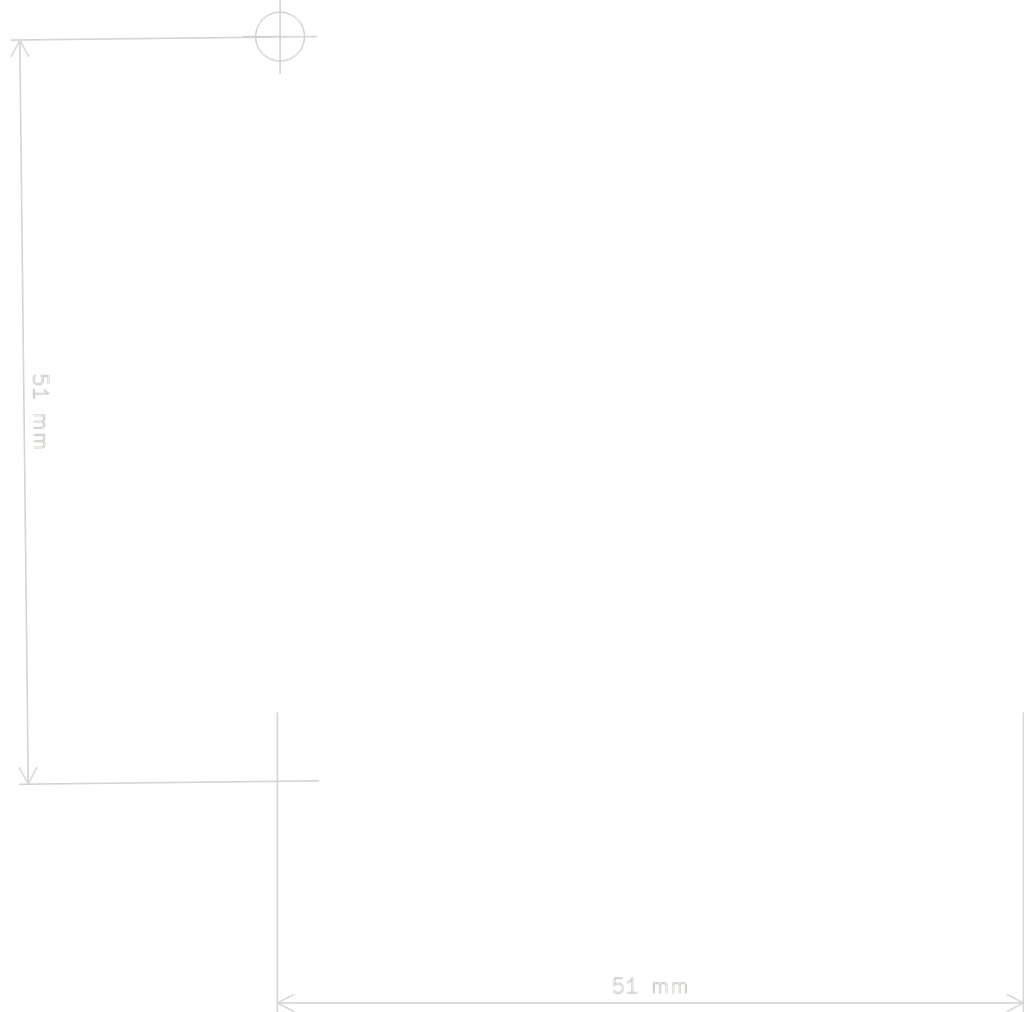
<source format=kicad_pcb>
(kicad_pcb (version 20221232) (generator pcbnew)

  (general
    (thickness 1.6)
  )

  (paper "A4")
  (layers
    (0 "F.Cu" signal)
    (31 "B.Cu" signal)
    (32 "B.Adhes" user "B.Adhesive")
    (33 "F.Adhes" user "F.Adhesive")
    (34 "B.Paste" user)
    (35 "F.Paste" user)
    (36 "B.SilkS" user "B.Silkscreen")
    (37 "F.SilkS" user "F.Silkscreen")
    (38 "B.Mask" user)
    (39 "F.Mask" user)
    (40 "Dwgs.User" user "User.Drawings")
    (41 "Cmts.User" user "User.Comments")
    (42 "Eco1.User" user "User.Eco1")
    (43 "Eco2.User" user "User.Eco2")
    (44 "Edge.Cuts" user)
    (45 "Margin" user)
    (46 "B.CrtYd" user "B.Courtyard")
    (47 "F.CrtYd" user "F.Courtyard")
    (48 "B.Fab" user)
    (49 "F.Fab" user)
    (50 "User.1" user)
    (51 "User.2" user)
    (52 "User.3" user)
    (53 "User.4" user)
    (54 "User.5" user)
    (55 "User.6" user)
    (56 "User.7" user)
    (57 "User.8" user)
    (58 "User.9" user)
  )

  (setup
    (pad_to_mask_clearance 0)
    (pcbplotparams
      (layerselection 0x00010fc_ffffffff)
      (disableapertmacros false)
      (usegerberextensions false)
      (usegerberattributes true)
      (usegerberadvancedattributes true)
      (creategerberjobfile true)
      (dashed_line_dash_ratio 12.000000)
      (dashed_line_gap_ratio 3.000000)
      (svguseinch false)
      (svgprecision 6)
      (excludeedgelayer true)
      (plotframeref false)
      (viasonmask false)
      (mode 1)
      (useauxorigin false)
      (hpglpennumber 1)
      (hpglpenspeed 20)
      (hpglpendiameter 15.000000)
      (dxfpolygonmode true)
      (dxfimperialunits true)
      (dxfusepcbnewfont true)
      (psnegative false)
      (psa4output false)
      (plotreference true)
      (plotvalue true)
      (plotinvisibletext false)
      (sketchpadsonfab false)
      (subtractmaskfromsilk false)
      (outputformat 1)
      (mirror false)
      (drillshape 1)
      (scaleselection 1)
      (outputdirectory "")
    )
  )

  (net 0 "")

  (gr_line (start 127.139217 77.643822) (end 127.19782 77.531392)
    (stroke (width 0.145263) (type solid)) (layer "Dwgs.User") (tstamp 0239a7dc-4f11-4dd5-9564-b10e3cb51ffa))
  (gr_line (start 127.913026 126.305684) (end 127.795685 126.20796)
    (stroke (width 0.145263) (type solid)) (layer "Dwgs.User") (tstamp 02b39166-9f7a-4094-8bda-785f43edf3d1))
  (gr_line (start 127.237733 125.584293) (end 127.105501 125.376412)
    (stroke (width 0.145263) (type solid)) (layer "Dwgs.User") (tstamp 05ce1968-bece-4bfd-ade8-db196bc5f219))
  (gr_line (start 176.93032 125.855471) (end 176.873024 125.931833)
    (stroke (width 0.145263) (type solid)) (layer "Dwgs.User") (tstamp 06b57733-f545-49fc-900f-f90ae9b9047c))
  (gr_line (start 174.941508 76.295903) (end 175.128008 76.315641)
    (stroke (width 0.145263) (type solid)) (layer "Dwgs.User") (tstamp 06cccf2c-d0d0-41ad-bc61-a0c3e7cbae93))
  (gr_line (start 177.482918 78.147644) (end 177.531044 78.31297)
    (stroke (width 0.145263) (type solid)) (layer "Dwgs.User") (tstamp 09fb80d2-b024-4766-bca5-51e910d26f69))
  (gr_line (start 176.602991 126.23214) (end 176.447115 126.37527)
    (stroke (width 0.145263) (type solid)) (layer "Dwgs.User") (tstamp 0bb36be2-ca53-49e2-aeb3-4c5728e3d819))
  (gr_line (start 128.196082 76.554466) (end 128.302368 76.502199)
    (stroke (width 0.145263) (type solid)) (layer "Dwgs.User") (tstamp 0bf07fd4-aa7e-4f51-a6a6-44b27866d654))
  (gr_line (start 176.873024 125.931833) (end 176.745656 126.083578)
    (stroke (width 0.145263) (type solid)) (layer "Dwgs.User") (tstamp 0d33a0a3-6701-41b8-8040-7340c4d8cd33))
  (gr_line (start 174.340241 92.821418) (end 174.340241 92.821418)
    (stroke (width 0.145263) (type solid)) (layer "Dwgs.User") (tstamp 196e2e1c-99db-48a2-923e-0258bca0805d))
  (gr_line (start 177.501431 114.29526) (end 177.504429 124.231883)
    (stroke (width 0.145263) (type solid)) (layer "Dwgs.User") (tstamp 1971aaa8-4fc8-4165-91ab-821ea2d686e3))
  (gr_line (start 129.902965 127.046901) (end 129.694364 127.028598)
    (stroke (width 0.145263) (type solid)) (layer "Dwgs.User") (tstamp 1b097a20-994c-479c-9cb5-f236aa61c8fa))
  (gr_line (start 174.340241 92.821418) (end 174.257839 110.856994)
    (stroke (width 0.145263) (type solid)) (layer "Dwgs.User") (tstamp 1bc69943-163a-4f23-a1b2-869455d3610c))
  (gr_line (start 177.283986 124.84683) (end 177.261655 124.906892)
    (stroke (width 0.145263) (type solid)) (layer "Dwgs.User") (tstamp 1ddaccf1-4d0b-44e5-b2c4-dfcabfdb2934))
  (gr_line (start 175.733238 126.848462) (end 175.63814 126.891797)
    (stroke (width 0.145263) (type solid)) (layer "Dwgs.User") (tstamp 1e3e2138-6822-4c2d-8218-89e25ffe3f06))
  (gr_line (start 128.09317 76.61099) (end 128.196082 76.554466)
    (stroke (width 0.145263) (type solid)) (layer "Dwgs.User") (tstamp 1e5d0253-acc2-4f0d-86a2-9343225c71a7))
  (gr_line (start 126.818908 114.060622) (end 130.024311 110.913989)
    (stroke (width 0.145263) (type solid)) (layer "Dwgs.User") (tstamp 21a00f46-105c-4e4b-a84f-ed4acb136567))
  (gr_line (start 174.257839 110.856994) (end 174.257839 110.856994)
    (stroke (width 0.145263) (type solid)) (layer "Dwgs.User") (tstamp 21ca756f-3477-4ce7-b401-446af31305b1))
  (gr_line (start 177.621761 79.062437) (end 177.64566 89.288181)
    (stroke (width 0.145263) (type solid)) (layer "Dwgs.User") (tstamp 21fc70bf-38cb-4f64-80c8-52f8fb5c596f))
  (gr_line (start 177.489641 124.365611) (end 177.482897 124.395859)
    (stroke (width 0.145263) (type solid)) (layer "Dwgs.User") (tstamp 229089b5-d96a-45a7-930c-5b21e68180d7))
  (gr_line (start 174.525648 92.372987) (end 174.49976 92.411158)
    (stroke (width 0.145263) (type solid)) (layer "Dwgs.User") (tstamp 22df74e7-4d34-42bf-850f-da14c7fd1281))
  (gr_line (start 126.917854 124.989114) (end 126.861171 124.819182)
    (stroke (width 0.145263) (type solid)) (layer "Dwgs.User") (tstamp 22ebd635-5838-472e-8b50-03affaba3376))
  (gr_line (start 127.19782 77.531392) (end 127.260386 77.42396)
    (stroke (width 0.145263) (type solid)) (layer "Dwgs.User") (tstamp 27e112bb-379e-4535-a70d-a0e678c371ae))
  (gr_line (start 174.453815 92.487051) (end 174.433727 92.524777)
    (stroke (width 0.145263) (type solid)) (layer "Dwgs.User") (tstamp 284b4b05-f802-48af-884a-d2ca721ae34d))
  (gr_line (start 177.33406 124.737232) (end 177.308364 124.790589)
    (stroke (width 0.145263) (type solid)) (layer "Dwgs.User") (tstamp 288344de-d424-4b26-b740-94d18e9ae516))
  (gr_line (start 175.351289 126.993963) (end 175.256023 127.017802)
    (stroke (width 0.145263) (type solid)) (layer "Dwgs.User") (tstamp 28a2cccb-c5e0-45cc-a452-0336e0813126))
  (gr_line (start 175.555842 76.408456) (end 175.78748 76.484407)
    (stroke (width 0.145263) (type solid)) (layer "Dwgs.User") (tstamp 292ce6ba-0c6b-4913-be49-83f41145002d))
  (gr_line (start 176.024465 76.581971) (end 176.261951 76.702584)
    (stroke (width 0.145263) (type solid)) (layer "Dwgs.User") (tstamp 2d7fbff7-ad9e-4962-b4e0-56a226f3dd6a))
  (gr_line (start 174.384819 92.637081) (end 174.372251 92.674228)
    (stroke (width 0.145263) (type solid)) (layer "Dwgs.User") (tstamp 328427ae-624d-4ad5-9eae-c7dba1277b8f))
  (gr_line (start 127.105501 125.376412) (end 126.999086 125.176438)
    (stroke (width 0.145263) (type solid)) (layer "Dwgs.User") (tstamp 32d1147a-7743-4223-ab67-db4aaf57b1b9))
  (gr_line (start 176.280115 126.510717) (end 176.104078 126.636231)
    (stroke (width 0.145263) (type solid)) (layer "Dwgs.User") (tstamp 33aa4306-27d6-4090-96fe-2e0a2a713e0b))
  (gr_line (start 177.360345 124.685818) (end 177.33406 124.737232)
    (stroke (width 0.145263) (type solid)) (layer "Dwgs.User") (tstamp 3836c63d-ca60-4e8e-a339-40980bdccc31))
  (gr_line (start 174.648991 92.218781) (end 174.615156 92.257563)
    (stroke (width 0.145263) (type solid)) (layer "Dwgs.User") (tstamp 38d2e88e-817b-499b-a8dc-6ffe82e53baa))
  (gr_line (start 177.20681 77.56911) (end 177.287166 77.701687)
    (stroke (width 0.145263) (type solid)) (layer "Dwgs.User") (tstamp 39ac7e3c-47f1-43e5-b70d-8dfebc468916))
  (gr_line (start 174.361524 92.711235) (end 174.352624 92.748101)
    (stroke (width 0.145263) (type solid)) (layer "Dwgs.User") (tstamp 414df5d7-f19b-4687-a4de-327c40e73e20))
  (gr_line (start 176.495087 76.847684) (end 176.608509 76.929865)
    (stroke (width 0.145263) (type solid)) (layer "Dwgs.User") (tstamp 43ca08d4-846a-41b1-a610-aa6c41c9f133))
  (gr_line (start 175.256023 127.017802) (end 175.161366 127.036064)
    (stroke (width 0.145263) (type solid)) (layer "Dwgs.User") (tstamp 475da62c-4191-4a2f-9bbc-249deb6d8df7))
  (gr_line (start 174.257839 110.856994) (end 177.501431 114.29526)
    (stroke (width 0.145263) (type solid)) (layer "Dwgs.User") (tstamp 4ee7e00d-7ebf-4975-bd69-7b422f82b3e0))
  (gr_line (start 127.582191 126.004809) (end 127.396418 125.79534)
    (stroke (width 0.145263) (type solid)) (layer "Dwgs.User") (tstamp 4f489d12-440e-4cd0-933d-b6701961a6d6))
  (gr_line (start 126.818908 114.060622) (end 126.818908 114.060622)
    (stroke (width 0.145263) (type solid)) (layer "Dwgs.User") (tstamp 4fffb586-b915-45cc-a9a2-02cc516bb571))
  (gr_line (start 176.82603 77.114389) (end 176.928917 77.21709)
    (stroke (width 0.145263) (type solid)) (layer "Dwgs.User") (tstamp 50e6b88c-1bd3-4928-86fd-758de4de04a3))
  (gr_line (start 129.116491 126.916788) (end 128.939579 126.862527)
    (stroke (width 0.145263) (type solid)) (layer "Dwgs.User") (tstamp 518a4131-64e9-4ba1-a442-4691a53e2b81))
  (gr_line (start 175.128008 76.315641) (end 175.334402 76.352679)
    (stroke (width 0.145263) (type solid)) (layer "Dwgs.User") (tstamp 51ce9675-eb70-4a97-98fd-269bf17eea73))
  (gr_line (start 175.446905 126.964828) (end 175.351289 126.993963)
    (stroke (width 0.145263) (type solid)) (layer "Dwgs.User") (tstamp 52113c98-6292-463e-b72c-6132239a046a))
  (gr_line (start 177.119913 77.444271) (end 177.20681 77.56911)
    (stroke (width 0.145263) (type solid)) (layer "Dwgs.User") (tstamp 526a7a5e-afe2-4029-a038-8c14d846f3f2))
  (gr_line (start 175.161366 127.036064) (end 175.06758 127.048468)
    (stroke (width 0.145263) (type solid)) (layer "Dwgs.User") (tstamp 5413e9f0-4b25-4379-9452-5ca9a4dfa90a))
  (gr_line (start 177.287166 77.701687) (end 177.360373 77.842181)
    (stroke (width 0.145263) (type solid)) (layer "Dwgs.User") (tstamp 5423c8e8-edb6-4a4c-b102-71ca45602660))
  (gr_line (start 129.268226 76.229882) (end 129.539995 76.20004)
    (stroke (width 0.145263) (type solid)) (layer "Dwgs.User") (tstamp 55159f70-13f1-47a3-bb2b-c74826aa604c))
  (gr_line (start 177.504429 124.231883) (end 177.504429 124.231883)
    (stroke (width 0.145263) (type solid)) (layer "Dwgs.User") (tstamp 55811421-7465-4b7c-a8c0-f5132bc3a205))
  (gr_line (start 177.615562 78.861487) (end 177.621761 79.062437)
    (stroke (width 0.145263) (type solid)) (layer "Dwgs.User") (tstamp 56a200fd-1c90-48ad-bf2a-e7048d300d28))
  (gr_line (start 176.608509 76.929865) (end 176.719025 77.018707)
    (stroke (width 0.145263) (type solid)) (layer "Dwgs.User") (tstamp 56f922ba-5e6c-4b39-98b8-ceef758779a3))
  (gr_line (start 177.261655 124.906892) (end 177.251485 124.938649)
    (stroke (width 0.145263) (type solid)) (layer "Dwgs.User") (tstamp 58633a66-53a7-4a80-bb62-9adf9147da29))
  (gr_line (start 129.54 76.2) (end 174.779751 76.29203)
    (stroke (width 0.145263) (type solid)) (layer "Dwgs.User") (tstamp 58a29587-ce99-4765-b407-30c1ea49813b))
  (gr_line (start 177.207367 125.204124) (end 177.200924 125.269928)
    (stroke (width 0.145263) (type solid)) (layer "Dwgs.User") (tstamp 59e03393-006d-471e-9536-bbbd75e54503))
  (gr_line (start 174.433727 92.524777) (end 174.415542 92.562356)
    (stroke (width 0.145263) (type solid)) (layer "Dwgs.User") (tstamp 5e32da30-1a3e-4135-adaf-bbf389b0c3fc))
  (gr_line (start 177.456812 124.480837) (end 177.435454 124.533859)
    (stroke (width 0.145263) (type solid)) (layer "Dwgs.User") (tstamp 5e707534-c918-46f7-a5cb-689e5a18b5bb))
  (gr_line (start 128.760268 76.334461) (end 129.008186 76.274524)
    (stroke (width 0.145263) (type solid)) (layer "Dwgs.User") (tstamp 5f5a1385-75d4-4463-bc21-a6137b8c26df))
  (gr_line (start 127.897662 76.737055) (end 127.99368 76.671833)
    (stroke (width 0.145263) (type solid)) (layer "Dwgs.User") (tstamp 5f698b56-319a-4e7a-acc3-9c3c494e9e07))
  (gr_line (start 174.58333 92.296191) (end 174.553499 92.334665)
    (stroke (width 0.145263) (type solid)) (layer "Dwgs.User") (tstamp 6050ade4-d8f2-4a7b-93e2-d062e93e9edb))
  (gr_line (start 177.482897 124.395859) (end 177.475117 124.425068)
    (stroke (width 0.145263) (type solid)) (layer "Dwgs.User") (tstamp 60af2486-27b0-4394-8b74-bf0b63a58ade))
  (gr_line (start 177.475117 124.425068) (end 177.466392 124.453355)
    (stroke (width 0.145263) (type solid)) (layer "Dwgs.User") (tstamp 642bef19-f089-4145-8521-0c78a2141a57))
  (gr_line (start 175.06758 127.048468) (end 174.974926 127.054732)
    (stroke (width 0.145263) (type solid)) (layer "Dwgs.User") (tstamp 64940337-2175-44aa-ab05-e1e92e28a356))
  (gr_line (start 177.030829 125.703171) (end 176.983008 125.779156)
    (stroke (width 0.145263) (type solid)) (layer "Dwgs.User") (tstamp 66749c6a-b16f-43be-bab1-76caa7a8a44a))
  (gr_line (start 130.024311 110.913989) (end 130.024311 110.913989)
    (stroke (width 0.145263) (type solid)) (layer "Dwgs.User") (tstamp 6a7b2059-d977-4612-95c2-3fe01e6e1434))
  (gr_line (start 174.553499 92.334665) (end 174.525648 92.372987)
    (stroke (width 0.145263) (type solid)) (layer "Dwgs.User") (tstamp 6ac440ba-4881-4f79-8968-a3e9f9fd1b3e))
  (gr_line (start 175.78748 76.484407) (end 176.024465 76.581971)
    (stroke (width 0.145263) (type solid)) (layer "Dwgs.User") (tstamp 6ef5f8e0-5c2d-4349-9162-179c7c438d89))
  (gr_line (start 177.435454 124.533859) (end 177.411771 124.58507)
    (stroke (width 0.145263) (type solid)) (layer "Dwgs.User") (tstamp 6f80fbb2-ac4c-4cbd-929c-985047ad8ccc))
  (gr_line (start 126.861171 124.819182) (end 126.8284 124.671385)
    (stroke (width 0.145263) (type solid)) (layer "Dwgs.User") (tstamp 711f8627-5a3c-4396-84c3-6cf951de66c5))
  (gr_line (start 174.779751 76.29203) (end 174.779751 76.29203)
    (stroke (width 0.145263) (type solid)) (layer "Dwgs.User") (tstamp 73ede880-e7f5-4d7b-b9cb-33e82f1b044f))
  (gr_line (start 177.569597 78.486933) (end 177.597972 78.669712)
    (stroke (width 0.145263) (type solid)) (layer "Dwgs.User") (tstamp 75ada5c7-eed3-466b-a900-bb7cf3da6f9e))
  (gr_line (start 127.99368 76.671833) (end 128.09317 76.61099)
    (stroke (width 0.145263) (type solid)) (layer "Dwgs.User") (tstamp 75c56b73-e91e-4c3e-8fb7-792f0cb19b7b))
  (gr_line (start 177.110824 125.553314) (end 177.073521 125.627797)
    (stroke (width 0.145263) (type solid)) (layer "Dwgs.User") (tstamp 77a2b2d1-2483-4c81-b108-6030d548a09e))
  (gr_line (start 130.119687 127.054732) (end 129.902965 127.046901)
    (stroke (width 0.145263) (type solid)) (layer "Dwgs.User") (tstamp 77b08f8f-0764-4619-ae58-4700c5781fa2))
  (gr_line (start 130.119687 127.054732) (end 130.119687 127.054732)
    (stroke (width 0.145263) (type solid)) (layer "Dwgs.User") (tstamp 780076de-fb73-43f2-b5aa-1c95059ff25d))
  (gr_line (start 174.372251 92.674228) (end 174.361524 92.711235)
    (stroke (width 0.145263) (type solid)) (layer "Dwgs.User") (tstamp 7cd22ddf-b7a3-4ab8-89e3-a5e58213159b))
  (gr_line (start 174.49976 92.411158) (end 174.475821 92.449179)
    (stroke (width 0.145263) (type solid)) (layer "Dwgs.User") (tstamp 83128908-7808-4723-b26c-8992131a5841))
  (gr_line (start 127.084624 77.761314) (end 127.139217 77.643822)
    (stroke (width 0.145263) (type solid)) (layer "Dwgs.User") (tstamp 86388482-65de-4962-9ebf-7d4d6c1dfcb6))
  (gr_line (start 177.425825 77.990774) (end 177.482918 78.147644)
    (stroke (width 0.145263) (type solid)) (layer "Dwgs.User") (tstamp 8659c80d-80a2-43b9-ad9c-32ad48891220))
  (gr_line (start 177.142476 125.480005) (end 177.110824 125.553314)
    (stroke (width 0.145263) (type solid)) (layer "Dwgs.User") (tstamp 86ed86f4-0151-45c5-905f-b4a048144531))
  (gr_line (start 127.805165 76.806721) (end 127.897662 76.737055)
    (stroke (width 0.145263) (type solid)) (layer "Dwgs.User") (tstamp 87f4b7ba-c2c6-4980-9aad-767b93259fb9))
  (gr_line (start 177.242099 124.971713) (end 177.233589 125.006202)
    (stroke (width 0.145263) (type solid)) (layer "Dwgs.User") (tstamp 89311f2b-7f4a-4f24-93ac-72dc2e834d5d))
  (gr_line (start 175.92109 126.749563) (end 175.827641 126.800958)
    (stroke (width 0.145263) (type solid)) (layer "Dwgs.User") (tstamp 89bc2a9a-0459-4374-90b7-e699bb20f381))
  (gr_line (start 126.818908 124.550464) (end 126.818908 114.060622)
    (stroke (width 0.145263) (type solid)) (layer "Dwgs.User") (tstamp 8b64729b-0793-4b75-90fd-6a59598d76c3))
  (gr_line (start 126.844046 78.576009) (end 126.873542 78.426852)
    (stroke (width 0.145263) (type solid)) (layer "Dwgs.User") (tstamp 8bdf40b7-7312-4b98-8ee3-177dfa3c1a46))
  (gr_line (start 177.210131 125.160752) (end 177.207367 125.204124)
    (stroke (width 0.145263) (type solid)) (layer "Dwgs.User") (tstamp 8e73e860-7df5-47ee-9d85-a51cffff4073))
  (gr_line (start 128.454871 126.65707) (end 128.308379 126.576335)
    (stroke (width 0.145263) (type solid)) (layer "Dwgs.User") (tstamp 8ef3e563-c1f8-49c5-a3f8-41d88bb0ede4))
  (gr_line (start 177.499654 124.301529) (end 177.495257 124.334207)
    (stroke (width 0.145263) (type solid)) (layer "Dwgs.User") (tstamp 8f03ae41-61bd-4463-bc12-db0dde34447c))
  (gr_line (start 176.719025 77.018707) (end 176.82603 77.114389)
    (stroke (width 0.145263) (type solid)) (layer "Dwgs.User") (tstamp 908ce94b-b837-4c84-b759-ec4fbb006eea))
  (gr_line (start 129.694364 127.028598) (end 129.493804 127.000416)
    (stroke (width 0.145263) (type solid)) (layer "Dwgs.User") (tstamp 9273aad3-d4fd-4f46-88b0-3a63b54fdc41))
  (gr_line (start 177.466392 124.453355) (end 177.456812 124.480837)
    (stroke (width 0.145263) (type solid)) (layer "Dwgs.User") (tstamp 93ebecb5-a9cc-4d2c-95d6-f1997abc5a8e))
  (gr_line (start 128.169294 126.490464) (end 128.037536 126.400049)
    (stroke (width 0.145263) (type solid)) (layer "Dwgs.User") (tstamp 94dd7c58-d6bf-4547-ab6b-8de0e37bf355))
  (gr_line (start 175.827641 126.800958) (end 175.733238 126.848462)
    (stroke (width 0.145263) (type solid)) (layer "Dwgs.User") (tstamp 956ad4a4-cb8d-4eef-aba4-03ec6d18e652))
  (gr_line (start 175.542609 126.930679) (end 175.446905 126.964828)
    (stroke (width 0.145263) (type solid)) (layer "Dwgs.User") (tstamp 95ef5708-8f43-434f-b139-406a942bfd2d))
  (gr_line (start 130.024311 110.913989) (end 130.006661 92.305434)
    (stroke (width 0.145263) (type solid)) (layer "Dwgs.User") (tstamp 97c3e317-415d-4b4f-8101-e9340ae149a3))
  (gr_line (start 177.207367 125.204124) (end 177.207367 125.204124)
    (stroke (width 0.145263) (type solid)) (layer "Dwgs.User") (tstamp 9a1807dc-d64a-4457-9c2b-93b6612c3b2e))
  (gr_line (start 128.308379 126.576335) (end 128.169294 126.490464)
    (stroke (width 0.145263) (type solid)) (layer "Dwgs.User") (tstamp 9a573a5f-16ed-4bac-a9aa-25b5d86e5dd3))
  (gr_line (start 127.63093 76.959626) (end 127.716238 76.88089)
    (stroke (width 0.145263) (type solid)) (layer "Dwgs.User") (tstamp 9c26b72f-cc8f-4568-a8a9-f55225c27554))
  (gr_line (start 177.073521 125.627797) (end 177.030829 125.703171)
    (stroke (width 0.145263) (type solid)) (layer "Dwgs.User") (tstamp 9cb160c0-5456-4bd7-aa7f-b9388d25eb35))
  (gr_line (start 127.716238 76.88089) (end 127.805165 76.806721)
    (stroke (width 0.145263) (type solid)) (layer "Dwgs.User") (tstamp 9e07d90c-56c0-4c4f-855e-0025effe6c99))
  (gr_line (start 174.345534 92.784828) (end 174.340241 92.821418)
    (stroke (width 0.145263) (type solid)) (layer "Dwgs.User") (tstamp 9eb5fc74-7ee2-4483-b24f-769829d8a6c2))
  (gr_line (start 176.983008 125.779156) (end 176.93032 125.855471)
    (stroke (width 0.145263) (type solid)) (layer "Dwgs.User") (tstamp 9ee66366-9074-4bc0-8447-8c0b7199acdf))
  (gr_line (start 176.447115 126.37527) (end 176.280115 126.510717)
    (stroke (width 0.145263) (type solid)) (layer "Dwgs.User") (tstamp a0fa8234-8777-4a66-8b79-9ecbb37d6605))
  (gr_line (start 174.352624 92.748101) (end 174.345534 92.784828)
    (stroke (width 0.145263) (type solid)) (layer "Dwgs.User") (tstamp a1fd107d-3e8c-4d45-b1b9-b910fe926734))
  (gr_line (start 129.539995 76.20004) (end 129.54 76.2)
    (stroke (width 0.145263) (type solid)) (layer "Dwgs.User") (tstamp a4eb21c6-285b-40a9-9401-daa21a94bf6e))
  (gr_line (start 174.415542 92.562356) (end 174.399245 92.59979)
    (stroke (width 0.145263) (type solid)) (layer "Dwgs.User") (tstamp a58c2dc5-d0b2-4b7a-84f6-0ad19b70b65a))
  (gr_line (start 126.873542 78.426852) (end 126.907344 78.283127)
    (stroke (width 0.145263) (type solid)) (layer "Dwgs.User") (tstamp a5acfc13-660b-4475-8069-b28733a7b5eb))
  (gr_line (start 176.104078 126.636231) (end 175.92109 126.749563)
    (stroke (width 0.145263) (type solid)) (layer "Dwgs.User") (tstamp a631a287-dbe8-4491-9924-f1eeb226bfe0))
  (gr_line (start 177.219562 125.079924) (end 177.214226 125.119391)
    (stroke (width 0.145263) (type solid)) (layer "Dwgs.User") (tstamp a658002a-8a7e-43ad-8acb-33b00307f4c4))
  (gr_line (start 177.501431 114.29526) (end 177.501431 114.29526)
    (stroke (width 0.145263) (type solid)) (layer "Dwgs.User") (tstamp a773823e-0f26-4fe7-b141-87b580d11b17))
  (gr_line (start 177.233589 125.006202) (end 177.226047 125.042234)
    (stroke (width 0.145263) (type solid)) (layer "Dwgs.User") (tstamp a7be9e53-3c65-4638-b824-3d5371aceb9f))
  (gr_line (start 176.261951 76.702584) (end 176.379365 76.771983)
    (stroke (width 0.145263) (type solid)) (layer "Dwgs.User") (tstamp a8cefac6-64e1-41d0-bc58-04e647fd0fde))
  (gr_line (start 174.779751 76.29203) (end 174.941508 76.295903)
    (stroke (width 0.145263) (type solid)) (layer "Dwgs.User") (tstamp aeeba41f-21f1-411c-816e-2bda876a1c79))
  (gr_line (start 177.02708 77.326991) (end 177.119913 77.444271)
    (stroke (width 0.145263) (type solid)) (layer "Dwgs.User") (tstamp b0bd4229-67bb-4dc7-9d0c-fc6ab8405f53))
  (gr_line (start 128.524865 76.410188) (end 128.760268 76.334461)
    (stroke (width 0.145263) (type solid)) (layer "Dwgs.User") (tstamp b0e38842-ac03-4c5b-8a1e-55adbb4b8c0c))
  (gr_line (start 176.745656 126.083578) (end 176.602991 126.23214)
    (stroke (width 0.145263) (type solid)) (layer "Dwgs.User") (tstamp b2837d6b-6cc1-45c4-aa75-fd2bb220208e))
  (gr_line (start 174.399245 92.59979) (end 174.384819 92.637081)
    (stroke (width 0.145263) (type solid)) (layer "Dwgs.User") (tstamp b29e116d-0c94-4f3d-a318-db4c1054931b))
  (gr_line (start 177.495257 124.334207) (end 177.489641 124.365611)
    (stroke (width 0.145263) (type solid)) (layer "Dwgs.User") (tstamp b5ea13a8-3e37-4201-b115-0647094f76a8))
  (gr_line (start 127.396418 125.79534) (end 127.237733 125.584293)
    (stroke (width 0.145263) (type solid)) (layer "Dwgs.User") (tstamp b656459b-45a8-4466-bf55-064e0e9bbeb4))
  (gr_line (start 177.502742 124.26746) (end 177.499654 124.301529)
    (stroke (width 0.145263) (type solid)) (layer "Dwgs.User") (tstamp bb5999d5-f86c-445a-9ff9-2a1b539dc199))
  (gr_line (start 128.411979 76.454127) (end 128.524865 76.410188)
    (stroke (width 0.145263) (type solid)) (layer "Dwgs.User") (tstamp bbc3af49-fdef-47bd-8494-93433b79685b))
  (gr_line (start 177.200924 125.269928) (end 177.187787 125.33803)
    (stroke (width 0.145263) (type solid)) (layer "Dwgs.User") (tstamp bc90f0c0-612e-411d-9c41-1a8ebb2b39fc))
  (gr_line (start 177.597972 78.669712) (end 177.615562 78.861487)
    (stroke (width 0.145263) (type solid)) (layer "Dwgs.User") (tstamp bcad968c-ae8b-4b0c-9fcd-d2e0cc6f448c))
  (gr_line (start 126.791093 89.133706) (end 126.818903 78.73066)
    (stroke (width 0.145263) (type solid)) (layer "Dwgs.User") (tstamp bd5bb503-514b-468b-8abd-7e31ffd332b7))
  (gr_line (start 177.214226 125.119391) (end 177.210131 125.160752)
    (stroke (width 0.145263) (type solid)) (layer "Dwgs.User") (tstamp c065b0a4-0b93-48f2-9339-44d26009eb1c))
  (gr_line (start 130.006661 92.305434) (end 130.006661 92.305434)
    (stroke (width 0.145263) (type solid)) (layer "Dwgs.User") (tstamp c09e814d-1e36-4717-a65f-fd59e1f66b26))
  (gr_line (start 177.621761 79.062437) (end 177.621761 79.062437)
    (stroke (width 0.145263) (type solid)) (layer "Dwgs.User") (tstamp c15af059-8b9d-458f-a49d-de88857a3451))
  (gr_line (start 127.260386 77.42396) (end 127.326865 77.321466)
    (stroke (width 0.145263) (type solid)) (layer "Dwgs.User") (tstamp c38bcb76-072f-4dac-ae3c-2878c12baaaa))
  (gr_line (start 177.64566 89.288181) (end 177.64566 89.288181)
    (stroke (width 0.145263) (type solid)) (layer "Dwgs.User") (tstamp c4e5f4b1-3784-4173-92ec-f445bea03d2c))
  (gr_line (start 126.945402 78.144773) (end 126.987668 78.011727)
    (stroke (width 0.145263) (type solid)) (layer "Dwgs.User") (tstamp c8b9676b-221e-4cd7-863c-5d1cf75e0f5a))
  (gr_line (start 176.379365 76.771983) (end 176.495087 76.847684)
    (stroke (width 0.145263) (type solid)) (layer "Dwgs.User") (tstamp c933003a-40a8-41cc-a69c-ec19f80cd86d))
  (gr_line (start 126.818908 124.550464) (end 126.818908 124.550464)
    (stroke (width 0.145263) (type solid)) (layer "Dwgs.User") (tstamp ca51fbb9-a837-4f97-892a-477f8b6ae176))
  (gr_line (start 174.648991 92.218781) (end 174.648991 92.218781)
    (stroke (width 0.145263) (type solid)) (layer "Dwgs.User") (tstamp ccc51975-f79d-42b1-9218-b1bb4e005f58))
  (gr_line (start 176.928917 77.21709) (end 177.02708 77.326991)
    (stroke (width 0.145263) (type solid)) (layer "Dwgs.User") (tstamp cd48f1a3-c9ad-4bac-abff-bd98a26719eb))
  (gr_line (start 129.539995 76.20004) (end 129.539995 76.20004)
    (stroke (width 0.145263) (type solid)) (layer "Dwgs.User") (tstamp cdbac3ad-7252-4da8-b1a5-17f3fd6da071))
  (gr_line (start 126.987668 78.011727) (end 127.034091 77.883928)
    (stroke (width 0.145263) (type solid)) (layer "Dwgs.User") (tstamp cea40dd1-610e-46e4-9f6c-d23f0a3ddd3f))
  (gr_line (start 129.493804 127.000416) (end 129.301206 126.962949)
    (stroke (width 0.145263) (type solid)) (layer "Dwgs.User") (tstamp cf646d51-a95b-4acb-92eb-03438484ca3f))
  (gr_line (start 174.615156 92.257563) (end 174.58333 92.296191)
    (stroke (width 0.145263) (type solid)) (layer "Dwgs.User") (tstamp d12fa963-6d6a-4144-97fd-b5e112c10b91))
  (gr_line (start 177.251485 124.938649) (end 177.242099 124.971713)
    (stroke (width 0.145263) (type solid)) (layer "Dwgs.User") (tstamp d23ca5ac-bc4d-44a2-90ac-0b3eaa4af6f8))
  (gr_line (start 126.818903 78.73066) (end 126.844046 78.576009)
    (stroke (width 0.145263) (type solid)) (layer "Dwgs.User") (tstamp d2524e3e-228a-471d-b6ab-7febc5f574b2))
  (gr_line (start 128.608849 126.732075) (end 128.454871 126.65707)
    (stroke (width 0.145263) (type solid)) (layer "Dwgs.User") (tstamp d5a6653e-3f63-4910-afbc-8ebf149f0d3d))
  (gr_line (start 130.006661 92.305434) (end 126.791093 89.133706)
    (stroke (width 0.145263) (type solid)) (layer "Dwgs.User") (tstamp d71f0cba-ee35-4c7d-8e36-e6e267833f6a))
  (gr_line (start 126.8284 124.671385) (end 126.818908 124.550464)
    (stroke (width 0.145263) (type solid)) (layer "Dwgs.User") (tstamp d77aae80-2ebb-449c-8753-33e439daa878))
  (gr_line (start 177.168217 125.40815) (end 177.142476 125.480005)
    (stroke (width 0.145263) (type solid)) (layer "Dwgs.User") (tstamp d7cdfc88-84f0-4354-8fda-98af7b5493ec))
  (gr_line (start 127.549289 77.042989) (end 127.63093 76.959626)
    (stroke (width 0.145263) (type solid)) (layer "Dwgs.User") (tstamp d8abe8ec-485d-44a5-b5c3-6d01cfd7fd8c))
  (gr_line (start 175.334402 76.352679) (end 175.555842 76.408456)
    (stroke (width 0.145263) (type solid)) (layer "Dwgs.User") (tstamp d9b1315d-9c8a-4956-90df-e5669cf68010))
  (gr_line (start 177.504429 124.231883) (end 177.502742 124.26746)
    (stroke (width 0.145263) (type solid)) (layer "Dwgs.User") (tstamp d9b138bc-0203-4547-9bd8-5f8e532ba1ac))
  (gr_line (start 174.974926 127.054732) (end 130.119687 127.054732)
    (stroke (width 0.145263) (type solid)) (layer "Dwgs.User") (tstamp da49333a-2ae3-46a7-85b7-29e867a658b0))
  (gr_line (start 128.939579 126.862527) (end 128.770392 126.800758)
    (stroke (width 0.145263) (type solid)) (layer "Dwgs.User") (tstamp dac75ca8-9fd9-4f25-9f22-82af6f3fdad2))
  (gr_line (start 177.187787 125.33803) (end 177.168217 125.40815)
    (stroke (width 0.145263) (type solid)) (layer "Dwgs.User") (tstamp e09508cd-85e8-48bb-9bcb-9bab32279ab6))
  (gr_line (start 129.008186 76.274524) (end 129.268226 76.229882)
    (stroke (width 0.145263) (type solid)) (layer "Dwgs.User") (tstamp e1df4b0e-82c2-4440-ac04-3c42a4367634))
  (gr_line (start 177.360373 77.842181) (end 177.425825 77.990774)
    (stroke (width 0.145263) (type solid)) (layer "Dwgs.User") (tstamp e1f19822-404e-437b-a507-e38cc4c0bfe0))
  (gr_line (start 127.034091 77.883928) (end 127.084624 77.761314)
    (stroke (width 0.145263) (type solid)) (layer "Dwgs.User") (tstamp e6835982-f526-41dd-96a3-dbcd46ab9645))
  (gr_line (start 128.770392 126.800758) (end 128.608849 126.732075)
    (stroke (width 0.145263) (type solid)) (layer "Dwgs.User") (tstamp e6ba8e5a-5295-4d99-9539-f0f44fc4499c))
  (gr_line (start 126.818903 78.73066) (end 126.818903 78.73066)
    (stroke (width 0.145263) (type solid)) (layer "Dwgs.User") (tstamp e6e4ba06-5100-4065-b809-01784b64c06b))
  (gr_line (start 175.63814 126.891797) (end 175.542609 126.930679)
    (stroke (width 0.145263) (type solid)) (layer "Dwgs.User") (tstamp e7987f0c-e4c6-4aae-a5d6-e1cfea057719))
  (gr_line (start 177.411771 124.58507) (end 177.360345 124.685818)
    (stroke (width 0.145263) (type solid)) (layer "Dwgs.User") (tstamp e7a006ce-0f82-4892-91e0-922dbe7a9a24))
  (gr_line (start 174.475821 92.449179) (end 174.453815 92.487051)
    (stroke (width 0.145263) (type solid)) (layer "Dwgs.User") (tstamp e7d76002-13e3-46e0-a8a6-c532d4210de7))
  (gr_line (start 127.397208 77.223848) (end 127.471365 77.131043)
    (stroke (width 0.145263) (type solid)) (layer "Dwgs.User") (tstamp e93952e0-b012-4dcc-a5ce-167d55bdd575))
  (gr_line (start 126.907344 78.283127) (end 126.945402 78.144773)
    (stroke (width 0.145263) (type solid)) (layer "Dwgs.User") (tstamp ed4682aa-5710-4438-810d-939bc55b81c3))
  (gr_line (start 177.308364 124.790589) (end 177.283986 124.84683)
    (stroke (width 0.145263) (type solid)) (layer "Dwgs.User") (tstamp eec00f97-9726-4990-8aef-95005e7267d9))
  (gr_line (start 126.999086 125.176438) (end 126.917854 124.989114)
    (stroke (width 0.145263) (type solid)) (layer "Dwgs.User") (tstamp f0172b04-3281-4d5a-a911-69e210ac9ebd))
  (gr_line (start 128.037536 126.400049) (end 127.913026 126.305684)
    (stroke (width 0.145263) (type solid)) (layer "Dwgs.User") (tstamp f09822c0-7fac-44ce-a87f-366f7a49f250))
  (gr_line (start 128.302368 76.502199) (end 128.411979 76.454127)
    (stroke (width 0.145263) (type solid)) (layer "Dwgs.User") (tstamp f0b46255-e918-4a38-931d-8a945e9905c3))
  (gr_line (start 126.791093 89.133706) (end 126.791093 89.133706)
    (stroke (width 0.145263) (type solid)) (layer "Dwgs.User") (tstamp f1084b0d-b992-4d4c-9074-1c148a908ad5))
  (gr_line (start 177.531044 78.31297) (end 177.569597 78.486933)
    (stroke (width 0.145263) (type solid)) (layer "Dwgs.User") (tstamp f23aaf25-de61-4f0e-9770-0b4e07746fe6))
  (gr_line (start 177.64566 89.288181) (end 174.648991 92.218781)
    (stroke (width 0.145263) (type solid)) (layer "Dwgs.User") (tstamp f4c67df3-763c-4141-be1b-5de814d62315))
  (gr_line (start 129.301206 126.962949) (end 129.116491 126.916788)
    (stroke (width 0.145263) (type solid)) (layer "Dwgs.User") (tstamp f6fee84b-bfc5-4648-8e13-9d6d04247a23))
  (gr_line (start 174.974926 127.054732) (end 174.974926 127.054732)
    (stroke (width 0.145263) (type solid)) (layer "Dwgs.User") (tstamp f7925461-00b9-45fa-8499-f4088f9215ce))
  (gr_line (start 127.326865 77.321466) (end 127.397208 77.223848)
    (stroke (width 0.145263) (type solid)) (layer "Dwgs.User") (tstamp f95c6027-15cc-4326-9d31-38f6dba6baec))
  (gr_line (start 127.471365 77.131043) (end 127.549289 77.042989)
    (stroke (width 0.145263) (type solid)) (layer "Dwgs.User") (tstamp fa2a3668-9582-4466-b44e-6720f86e983f))
  (gr_line (start 177.226047 125.042234) (end 177.219562 125.079924)
    (stroke (width 0.145263) (type solid)) (layer "Dwgs.User") (tstamp fac37166-6544-4a5a-8523-75c307b4539f))
  (gr_line (start 127.795685 126.20796) (end 127.582191 126.004809)
    (stroke (width 0.145263) (type solid)) (layer "Dwgs.User") (tstamp fed97871-4d75-4194-a3d3-5b61f2a948a5))
  (dimension (type aligned) (layer "Edge.Cuts") (tstamp 452c8d75-aa5e-4c5d-b7f7-07aa48bbf245)
    (pts (xy 126.818908 121.92) (xy 177.8 121.92))
    (height 20.32)
    (gr_text "51  mm" (at 152.309454 141.09) (layer "Edge.Cuts") (tstamp 966cd2ae-4255-4a92-af40-093e3a84f37c)
      (effects (font (size 1 1) (thickness 0.15)))
    )
    (format (units 3) (units_format 1) (precision 4) (override_value "51"))
    (style (thickness 0.1) (arrow_length 1.27) (text_position_mode 0) (extension_height 0.58642) (extension_offset 0.5))
  )
  (dimension (type aligned) (layer "Edge.Cuts") (tstamp f63f3c64-d980-4ae0-b129-a351881a850f)
    (pts (xy 130.119687 127.054732) (xy 129.54 76.2))
    (height -20.328288)
    (gr_text "51  mm" (at 110.652802 101.845963 -89.3) (layer "Edge.Cuts") (tstamp 19947266-d718-4a7e-8ce7-a9e04db709cf)
      (effects (font (size 1 1) (thickness 0.15)))
    )
    (format (units 3) (units_format 1) (precision 4) (override_value "51"))
    (style (thickness 0.1) (arrow_length 1.27) (text_position_mode 0) (extension_height 0.58642) (extension_offset 0.5))
  )
  (target plus (at 127 76.2) (size 5) (width 0.1) (layer "Edge.Cuts") (tstamp 97e1f64a-ea8c-4ff4-8e5c-27686d0544c1))

  (group "" (id 0ab7eac0-2505-46ca-a15f-2fbf3a0464df)
    (members
      0239a7dc-4f11-4dd5-9564-b10e3cb51ffa
      02b39166-9f7a-4094-8bda-785f43edf3d1
      05ce1968-bece-4bfd-ade8-db196bc5f219
      06b57733-f545-49fc-900f-f90ae9b9047c
      06cccf2c-d0d0-41ad-bc61-a0c3e7cbae93
      09fb80d2-b024-4766-bca5-51e910d26f69
      0bb36be2-ca53-49e2-aeb3-4c5728e3d819
      0bf07fd4-aa7e-4f51-a6a6-44b27866d654
      0d33a0a3-6701-41b8-8040-7340c4d8cd33
      196e2e1c-99db-48a2-923e-0258bca0805d
      1971aaa8-4fc8-4165-91ab-821ea2d686e3
      1b097a20-994c-479c-9cb5-f236aa61c8fa
      1bc69943-163a-4f23-a1b2-869455d3610c
      1ddaccf1-4d0b-44e5-b2c4-dfcabfdb2934
      1e3e2138-6822-4c2d-8218-89e25ffe3f06
      1e5d0253-acc2-4f0d-86a2-9343225c71a7
      21a00f46-105c-4e4b-a84f-ed4acb136567
      21ca756f-3477-4ce7-b401-446af31305b1
      21fc70bf-38cb-4f64-80c8-52f8fb5c596f
      229089b5-d96a-45a7-930c-5b21e68180d7
      22df74e7-4d34-42bf-850f-da14c7fd1281
      22ebd635-5838-472e-8b50-03affaba3376
      27e112bb-379e-4535-a70d-a0e678c371ae
      284b4b05-f802-48af-884a-d2ca721ae34d
      288344de-d424-4b26-b740-94d18e9ae516
      28a2cccb-c5e0-45cc-a452-0336e0813126
      292ce6ba-0c6b-4913-be49-83f41145002d
      2d7fbff7-ad9e-4962-b4e0-56a226f3dd6a
      328427ae-624d-4ad5-9eae-c7dba1277b8f
      32d1147a-7743-4223-ab67-db4aaf57b1b9
      33aa4306-27d6-4090-96fe-2e0a2a713e0b
      3836c63d-ca60-4e8e-a339-40980bdccc31
      38d2e88e-817b-499b-a8dc-6ffe82e53baa
      39ac7e3c-47f1-43e5-b70d-8dfebc468916
      414df5d7-f19b-4687-a4de-327c40e73e20
      43ca08d4-846a-41b1-a610-aa6c41c9f133
      475da62c-4191-4a2f-9bbc-249deb6d8df7
      4ee7e00d-7ebf-4975-bd69-7b422f82b3e0
      4f489d12-440e-4cd0-933d-b6701961a6d6
      4fffb586-b915-45cc-a9a2-02cc516bb571
      50e6b88c-1bd3-4928-86fd-758de4de04a3
      518a4131-64e9-4ba1-a442-4691a53e2b81
      51ce9675-eb70-4a97-98fd-269bf17eea73
      52113c98-6292-463e-b72c-6132239a046a
      526a7a5e-afe2-4029-a038-8c14d846f3f2
      5413e9f0-4b25-4379-9452-5ca9a4dfa90a
      5423c8e8-edb6-4a4c-b102-71ca45602660
      55159f70-13f1-47a3-bb2b-c74826aa604c
      55811421-7465-4b7c-a8c0-f5132bc3a205
      56a200fd-1c90-48ad-bf2a-e7048d300d28
      56f922ba-5e6c-4b39-98b8-ceef758779a3
      58633a66-53a7-4a80-bb62-9adf9147da29
      58a29587-ce99-4765-b407-30c1ea49813b
      59e03393-006d-471e-9536-bbbd75e54503
      5e32da30-1a3e-4135-adaf-bbf389b0c3fc
      5e707534-c918-46f7-a5cb-689e5a18b5bb
      5f5a1385-75d4-4463-bc21-a6137b8c26df
      5f698b56-319a-4e7a-acc3-9c3c494e9e07
      6050ade4-d8f2-4a7b-93e2-d062e93e9edb
      60af2486-27b0-4394-8b74-bf0b63a58ade
      642bef19-f089-4145-8521-0c78a2141a57
      64940337-2175-44aa-ab05-e1e92e28a356
      66749c6a-b16f-43be-bab1-76caa7a8a44a
      6a7b2059-d977-4612-95c2-3fe01e6e1434
      6ac440ba-4881-4f79-8968-a3e9f9fd1b3e
      6ef5f8e0-5c2d-4349-9162-179c7c438d89
      6f80fbb2-ac4c-4cbd-929c-985047ad8ccc
      711f8627-5a3c-4396-84c3-6cf951de66c5
      73ede880-e7f5-4d7b-b9cb-33e82f1b044f
      75ada5c7-eed3-466b-a900-bb7cf3da6f9e
      75c56b73-e91e-4c3e-8fb7-792f0cb19b7b
      77a2b2d1-2483-4c81-b108-6030d548a09e
      77b08f8f-0764-4619-ae58-4700c5781fa2
      780076de-fb73-43f2-b5aa-1c95059ff25d
      7cd22ddf-b7a3-4ab8-89e3-a5e58213159b
      83128908-7808-4723-b26c-8992131a5841
      86388482-65de-4962-9ebf-7d4d6c1dfcb6
      8659c80d-80a2-43b9-ad9c-32ad48891220
      86ed86f4-0151-45c5-905f-b4a048144531
      87f4b7ba-c2c6-4980-9aad-767b93259fb9
      89311f2b-7f4a-4f24-93ac-72dc2e834d5d
      89bc2a9a-0459-4374-90b7-e699bb20f381
      8b64729b-0793-4b75-90fd-6a59598d76c3
      8bdf40b7-7312-4b98-8ee3-177dfa3c1a46
      8e73e860-7df5-47ee-9d85-a51cffff4073
      8ef3e563-c1f8-49c5-a3f8-41d88bb0ede4
      8f03ae41-61bd-4463-bc12-db0dde34447c
      908ce94b-b837-4c84-b759-ec4fbb006eea
      9273aad3-d4fd-4f46-88b0-3a63b54fdc41
      93ebecb5-a9cc-4d2c-95d6-f1997abc5a8e
      94dd7c58-d6bf-4547-ab6b-8de0e37bf355
      956ad4a4-cb8d-4eef-aba4-03ec6d18e652
      95ef5708-8f43-434f-b139-406a942bfd2d
      97c3e317-415d-4b4f-8101-e9340ae149a3
      9a1807dc-d64a-4457-9c2b-93b6612c3b2e
      9a573a5f-16ed-4bac-a9aa-25b5d86e5dd3
      9c26b72f-cc8f-4568-a8a9-f55225c27554
      9cb160c0-5456-4bd7-aa7f-b9388d25eb35
      9e07d90c-56c0-4c4f-855e-0025effe6c99
      9eb5fc74-7ee2-4483-b24f-769829d8a6c2
      9ee66366-9074-4bc0-8447-8c0b7199acdf
      a0fa8234-8777-4a66-8b79-9ecbb37d6605
      a1fd107d-3e8c-4d45-b1b9-b910fe926734
      a4eb21c6-285b-40a9-9401-daa21a94bf6e
      a58c2dc5-d0b2-4b7a-84f6-0ad19b70b65a
      a5acfc13-660b-4475-8069-b28733a7b5eb
      a631a287-dbe8-4491-9924-f1eeb226bfe0
      a658002a-8a7e-43ad-8acb-33b00307f4c4
      a773823e-0f26-4fe7-b141-87b580d11b17
      a7be9e53-3c65-4638-b824-3d5371aceb9f
      a8cefac6-64e1-41d0-bc58-04e647fd0fde
      aeeba41f-21f1-411c-816e-2bda876a1c79
      b0bd4229-67bb-4dc7-9d0c-fc6ab8405f53
      b0e38842-ac03-4c5b-8a1e-55adbb4b8c0c
      b2837d6b-6cc1-45c4-aa75-fd2bb220208e
      b29e116d-0c94-4f3d-a318-db4c1054931b
      b5ea13a8-3e37-4201-b115-0647094f76a8
      b656459b-45a8-4466-bf55-064e0e9bbeb4
      bb5999d5-f86c-445a-9ff9-2a1b539dc199
      bbc3af49-fdef-47bd-8494-93433b79685b
      bc90f0c0-612e-411d-9c41-1a8ebb2b39fc
      bcad968c-ae8b-4b0c-9fcd-d2e0cc6f448c
      bd5bb503-514b-468b-8abd-7e31ffd332b7
      c065b0a4-0b93-48f2-9339-44d26009eb1c
      c09e814d-1e36-4717-a65f-fd59e1f66b26
      c15af059-8b9d-458f-a49d-de88857a3451
      c38bcb76-072f-4dac-ae3c-2878c12baaaa
      c4e5f4b1-3784-4173-92ec-f445bea03d2c
      c8b9676b-221e-4cd7-863c-5d1cf75e0f5a
      c933003a-40a8-41cc-a69c-ec19f80cd86d
      ca51fbb9-a837-4f97-892a-477f8b6ae176
      ccc51975-f79d-42b1-9218-b1bb4e005f58
      cd48f1a3-c9ad-4bac-abff-bd98a26719eb
      cdbac3ad-7252-4da8-b1a5-17f3fd6da071
      cea40dd1-610e-46e4-9f6c-d23f0a3ddd3f
      cf646d51-a95b-4acb-92eb-03438484ca3f
      d12fa963-6d6a-4144-97fd-b5e112c10b91
      d23ca5ac-bc4d-44a2-90ac-0b3eaa4af6f8
      d2524e3e-228a-471d-b6ab-7febc5f574b2
      d5a6653e-3f63-4910-afbc-8ebf149f0d3d
      d71f0cba-ee35-4c7d-8e36-e6e267833f6a
      d77aae80-2ebb-449c-8753-33e439daa878
      d7cdfc88-84f0-4354-8fda-98af7b5493ec
      d8abe8ec-485d-44a5-b5c3-6d01cfd7fd8c
      d9b1315d-9c8a-4956-90df-e5669cf68010
      d9b138bc-0203-4547-9bd8-5f8e532ba1ac
      da49333a-2ae3-46a7-85b7-29e867a658b0
      dac75ca8-9fd9-4f25-9f22-82af6f3fdad2
      e09508cd-85e8-48bb-9bcb-9bab32279ab6
      e1df4b0e-82c2-4440-ac04-3c42a4367634
      e1f19822-404e-437b-a507-e38cc4c0bfe0
      e6835982-f526-41dd-96a3-dbcd46ab9645
      e6ba8e5a-5295-4d99-9539-f0f44fc4499c
      e6e4ba06-5100-4065-b809-01784b64c06b
      e7987f0c-e4c6-4aae-a5d6-e1cfea057719
      e7a006ce-0f82-4892-91e0-922dbe7a9a24
      e7d76002-13e3-46e0-a8a6-c532d4210de7
      e93952e0-b012-4dcc-a5ce-167d55bdd575
      ed4682aa-5710-4438-810d-939bc55b81c3
      eec00f97-9726-4990-8aef-95005e7267d9
      f0172b04-3281-4d5a-a911-69e210ac9ebd
      f09822c0-7fac-44ce-a87f-366f7a49f250
      f0b46255-e918-4a38-931d-8a945e9905c3
      f1084b0d-b992-4d4c-9074-1c148a908ad5
      f23aaf25-de61-4f0e-9770-0b4e07746fe6
      f4c67df3-763c-4141-be1b-5de814d62315
      f6fee84b-bfc5-4648-8e13-9d6d04247a23
      f7925461-00b9-45fa-8499-f4088f9215ce
      f95c6027-15cc-4326-9d31-38f6dba6baec
      fa2a3668-9582-4466-b44e-6720f86e983f
      fac37166-6544-4a5a-8523-75c307b4539f
      fed97871-4d75-4194-a3d3-5b61f2a948a5
    )
  )
)

</source>
